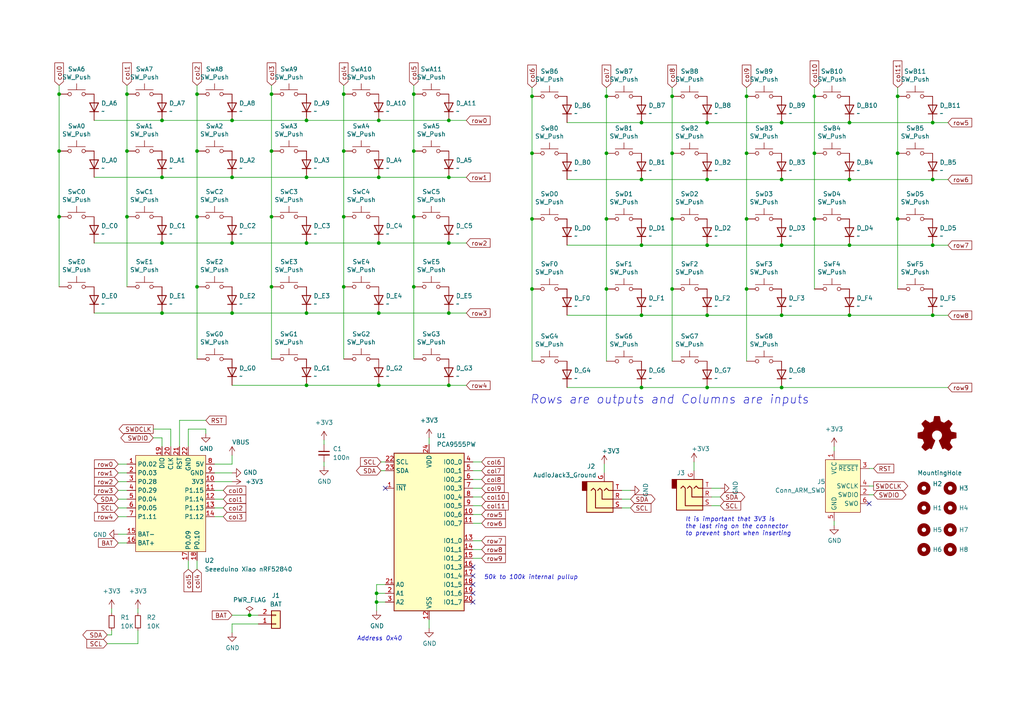
<source format=kicad_sch>
(kicad_sch (version 20230121) (generator eeschema)
  (paper "A4")
  (title_block (title "ergo56") (date "2023-12-20") (rev "0.1") (company "github.com/LDAB"))
  (junction (at 57.15 43.815))
  (junction (at 36.83 43.815))
  (junction (at 99.695 43.815))
  (junction (at 67.31 90.805))
  (junction (at 175.895 83.82))
  (junction (at 260.35 63.5))
  (junction (at 205.105 112.395))
  (junction (at 109.855 51.435))
  (junction (at 260.35 44.45))
  (junction (at 109.855 70.485))
  (junction (at 130.175 51.435))
  (junction (at 270.51 91.44))
  (junction (at 194.945 27.94))
  (junction (at 130.175 90.805))
  (junction (at 226.695 52.07))
  (junction (at 78.74 83.185))
  (junction (at 246.38 52.07))
  (junction (at 46.99 70.485))
  (junction (at 154.305 63.5))
  (junction (at 88.9 111.76))
  (junction (at 270.51 71.12))
  (junction (at 67.31 34.925))
  (junction (at 186.055 112.395))
  (junction (at 236.22 44.45))
  (junction (at 130.175 70.485))
  (junction (at 226.695 112.395))
  (junction (at 216.535 44.45))
  (junction (at 130.175 111.76))
  (junction (at 154.305 83.82))
  (junction (at 260.35 27.94))
  (junction (at 88.9 70.485))
  (junction (at 88.9 51.435))
  (junction (at 88.9 90.805))
  (junction (at 17.145 62.865))
  (junction (at 226.695 71.12))
  (junction (at 216.535 83.82))
  (junction (at 120.015 43.815))
  (junction (at 154.305 44.45))
  (junction (at 154.305 27.94))
  (junction (at 109.855 111.76))
  (junction (at 17.145 43.815))
  (junction (at 270.51 52.07))
  (junction (at 175.895 44.45))
  (junction (at 46.99 51.435))
  (junction (at 205.105 35.56))
  (junction (at 46.99 90.805))
  (junction (at 205.105 52.07))
  (junction (at 194.945 44.45))
  (junction (at 99.695 62.865))
  (junction (at 216.535 63.5))
  (junction (at 120.015 83.185))
  (junction (at 186.055 35.56))
  (junction (at 175.895 63.5))
  (junction (at 270.51 35.56))
  (junction (at 67.31 70.485))
  (junction (at 120.015 27.305))
  (junction (at 67.31 51.435))
  (junction (at 226.695 35.56))
  (junction (at 36.83 62.865))
  (junction (at 186.055 91.44))
  (junction (at 205.105 91.44))
  (junction (at 236.22 27.94))
  (junction (at 120.015 62.865))
  (junction (at 194.945 63.5))
  (junction (at 226.695 91.44))
  (junction (at 78.74 27.305))
  (junction (at 109.855 90.805))
  (junction (at 99.695 83.185))
  (junction (at 99.695 27.305))
  (junction (at 36.83 27.305))
  (junction (at 194.945 83.82))
  (junction (at 186.055 52.07))
  (junction (at 17.145 27.305))
  (junction (at 109.22 172.085))
  (junction (at 246.38 91.44))
  (junction (at 246.38 71.12))
  (junction (at 109.22 174.625))
  (junction (at 109.855 34.925))
  (junction (at 72.39 178.435))
  (junction (at 78.74 62.865))
  (junction (at 57.15 83.185))
  (junction (at 175.895 27.94))
  (junction (at 216.535 27.94))
  (junction (at 46.99 34.925))
  (junction (at 205.105 71.12))
  (junction (at 57.15 27.305))
  (junction (at 186.055 71.12))
  (junction (at 130.175 34.925))
  (junction (at 88.9 34.925))
  (junction (at 246.38 35.56))
  (junction (at 78.74 43.815))
  (junction (at 236.22 63.5))
  (junction (at 57.15 62.865))
  (no_connect (at 137.16 169.545))
  (no_connect (at 137.16 172.085))
  (no_connect (at 137.16 164.465))
  (no_connect (at 137.16 174.625))
  (no_connect (at 137.16 167.005))
  (no_connect (at 111.76 141.605))
  (no_connect (at 252.095 146.05))
  (wire (pts (xy 49.53 124.46) (xy 49.53 129.54)))
  (wire (pts (xy 27.305 34.925) (xy 46.99 34.925)))
  (wire (pts (xy 216.535 83.82) (xy 216.535 104.775)))
  (wire (pts (xy 137.16 144.145) (xy 139.7 144.145)))
  (wire (pts (xy 252.095 143.51) (xy 253.365 143.51)))
  (wire (pts (xy 252.095 135.89) (xy 253.365 135.89)))
  (wire (pts (xy 270.51 52.07) (xy 274.955 52.07)))
  (wire (pts (xy 67.31 111.76) (xy 88.9 111.76)))
  (wire (pts (xy 137.16 146.685) (xy 139.7 146.685)))
  (wire (pts (xy 175.26 134.62) (xy 175.26 137.16)))
  (wire (pts (xy 34.29 142.24) (xy 36.83 142.24)))
  (wire (pts (xy 241.935 151.13) (xy 241.935 152.4)))
  (wire (pts (xy 175.895 25.4) (xy 175.895 27.94)))
  (wire (pts (xy 17.145 27.305) (xy 17.145 43.815)))
  (wire (pts (xy 46.99 90.805) (xy 67.31 90.805)))
  (wire (pts (xy 62.23 144.78) (xy 64.77 144.78)))
  (wire (pts (xy 57.15 62.865) (xy 57.15 83.185)))
  (wire (pts (xy 72.39 178.435) (xy 74.93 178.435)))
  (wire (pts (xy 236.22 25.4) (xy 236.22 27.94)))
  (wire (pts (xy 175.895 83.82) (xy 175.895 104.775)))
  (wire (pts (xy 206.375 146.685) (xy 208.915 146.685)))
  (wire (pts (xy 137.16 149.225) (xy 139.7 149.225)))
  (wire (pts (xy 154.305 63.5) (xy 154.305 83.82)))
  (wire (pts (xy 17.145 62.865) (xy 17.145 83.185)))
  (wire (pts (xy 137.16 159.385) (xy 139.7 159.385)))
  (wire (pts (xy 164.465 71.12) (xy 186.055 71.12)))
  (wire (pts (xy 59.69 121.92) (xy 52.07 121.92)))
  (wire (pts (xy 54.61 129.54) (xy 54.61 124.46)))
  (wire (pts (xy 154.305 25.4) (xy 154.305 27.94)))
  (wire (pts (xy 34.29 154.94) (xy 36.83 154.94)))
  (wire (pts (xy 54.61 162.56) (xy 54.61 165.1)))
  (wire (pts (xy 40.005 176.53) (xy 40.005 177.8)))
  (wire (pts (xy 109.22 172.085) (xy 111.76 172.085)))
  (wire (pts (xy 57.15 27.305) (xy 57.15 43.815)))
  (wire (pts (xy 88.9 34.925) (xy 109.855 34.925)))
  (wire (pts (xy 130.175 111.76) (xy 135.255 111.76)))
  (wire (pts (xy 34.29 157.48) (xy 36.83 157.48)))
  (wire (pts (xy 36.83 62.865) (xy 36.83 83.185)))
  (wire (pts (xy 120.015 62.865) (xy 120.015 83.185)))
  (wire (pts (xy 137.16 136.525) (xy 139.7 136.525)))
  (wire (pts (xy 99.695 27.305) (xy 99.695 43.815)))
  (wire (pts (xy 154.305 27.94) (xy 154.305 44.45)))
  (wire (pts (xy 44.45 124.46) (xy 49.53 124.46)))
  (wire (pts (xy 110.49 133.985) (xy 111.76 133.985)))
  (wire (pts (xy 205.105 52.07) (xy 226.695 52.07)))
  (wire (pts (xy 78.74 24.765) (xy 78.74 27.305)))
  (wire (pts (xy 57.15 83.185) (xy 57.15 104.14)))
  (wire (pts (xy 46.99 127) (xy 46.99 129.54)))
  (wire (pts (xy 175.895 27.94) (xy 175.895 44.45)))
  (wire (pts (xy 194.945 27.94) (xy 194.945 44.45)))
  (wire (pts (xy 206.375 141.605) (xy 208.915 141.605)))
  (wire (pts (xy 124.46 127) (xy 124.46 128.905)))
  (wire (pts (xy 27.305 70.485) (xy 46.99 70.485)))
  (wire (pts (xy 194.945 83.82) (xy 194.945 104.775)))
  (wire (pts (xy 34.29 147.32) (xy 36.83 147.32)))
  (wire (pts (xy 236.22 44.45) (xy 236.22 63.5)))
  (wire (pts (xy 40.005 186.69) (xy 40.005 182.88)))
  (wire (pts (xy 93.98 127.635) (xy 93.98 128.905)))
  (wire (pts (xy 88.9 90.805) (xy 109.855 90.805)))
  (wire (pts (xy 260.35 44.45) (xy 260.35 63.5)))
  (wire (pts (xy 17.145 24.765) (xy 17.145 27.305)))
  (wire (pts (xy 270.51 35.56) (xy 274.955 35.56)))
  (wire (pts (xy 164.465 91.44) (xy 186.055 91.44)))
  (wire (pts (xy 175.895 63.5) (xy 175.895 83.82)))
  (wire (pts (xy 44.45 127) (xy 46.99 127)))
  (wire (pts (xy 130.175 90.805) (xy 135.255 90.805)))
  (wire (pts (xy 236.22 63.5) (xy 236.22 83.82)))
  (wire (pts (xy 78.74 83.185) (xy 78.74 104.14)))
  (wire (pts (xy 137.16 161.925) (xy 139.7 161.925)))
  (wire (pts (xy 67.31 90.805) (xy 88.9 90.805)))
  (wire (pts (xy 110.49 136.525) (xy 111.76 136.525)))
  (wire (pts (xy 67.31 70.485) (xy 88.9 70.485)))
  (wire (pts (xy 180.34 147.32) (xy 182.88 147.32)))
  (wire (pts (xy 62.23 142.24) (xy 64.77 142.24)))
  (wire (pts (xy 67.31 134.62) (xy 67.31 132.08)))
  (wire (pts (xy 205.105 91.44) (xy 226.695 91.44)))
  (wire (pts (xy 109.22 177.165) (xy 109.22 174.625)))
  (wire (pts (xy 88.9 111.76) (xy 109.855 111.76)))
  (wire (pts (xy 260.35 25.4) (xy 260.35 27.94)))
  (wire (pts (xy 246.38 35.56) (xy 270.51 35.56)))
  (wire (pts (xy 46.99 70.485) (xy 67.31 70.485)))
  (wire (pts (xy 194.945 44.45) (xy 194.945 63.5)))
  (wire (pts (xy 34.29 144.78) (xy 36.83 144.78)))
  (wire (pts (xy 186.055 52.07) (xy 205.105 52.07)))
  (wire (pts (xy 137.16 139.065) (xy 139.7 139.065)))
  (wire (pts (xy 78.74 27.305) (xy 78.74 43.815)))
  (wire (pts (xy 226.695 35.56) (xy 246.38 35.56)))
  (wire (pts (xy 99.695 83.185) (xy 99.695 104.14)))
  (wire (pts (xy 216.535 63.5) (xy 216.535 83.82)))
  (wire (pts (xy 109.855 70.485) (xy 130.175 70.485)))
  (wire (pts (xy 186.055 91.44) (xy 205.105 91.44)))
  (wire (pts (xy 260.35 63.5) (xy 260.35 83.82)))
  (wire (pts (xy 201.295 133.985) (xy 201.295 136.525)))
  (wire (pts (xy 164.465 112.395) (xy 186.055 112.395)))
  (wire (pts (xy 34.29 137.16) (xy 36.83 137.16)))
  (wire (pts (xy 120.015 83.185) (xy 120.015 104.14)))
  (wire (pts (xy 246.38 71.12) (xy 270.51 71.12)))
  (wire (pts (xy 226.695 71.12) (xy 246.38 71.12)))
  (wire (pts (xy 57.15 24.765) (xy 57.15 27.305)))
  (wire (pts (xy 226.695 91.44) (xy 246.38 91.44)))
  (wire (pts (xy 205.105 71.12) (xy 226.695 71.12)))
  (wire (pts (xy 164.465 35.56) (xy 186.055 35.56)))
  (wire (pts (xy 78.74 43.815) (xy 78.74 62.865)))
  (wire (pts (xy 137.16 156.845) (xy 139.7 156.845)))
  (wire (pts (xy 67.31 183.515) (xy 67.31 180.975)))
  (wire (pts (xy 109.855 34.925) (xy 130.175 34.925)))
  (wire (pts (xy 270.51 71.12) (xy 274.955 71.12)))
  (wire (pts (xy 154.305 44.45) (xy 154.305 63.5)))
  (wire (pts (xy 226.695 52.07) (xy 246.38 52.07)))
  (wire (pts (xy 27.305 90.805) (xy 46.99 90.805)))
  (wire (pts (xy 31.115 184.15) (xy 32.385 184.15)))
  (wire (pts (xy 99.695 43.815) (xy 99.695 62.865)))
  (wire (pts (xy 180.34 144.78) (xy 182.88 144.78)))
  (wire (pts (xy 154.305 83.82) (xy 154.305 104.775)))
  (wire (pts (xy 130.175 70.485) (xy 135.255 70.485)))
  (wire (pts (xy 67.31 34.925) (xy 88.9 34.925)))
  (wire (pts (xy 57.15 162.56) (xy 57.15 165.1)))
  (wire (pts (xy 226.695 112.395) (xy 274.955 112.395)))
  (wire (pts (xy 260.35 27.94) (xy 260.35 44.45)))
  (wire (pts (xy 109.22 174.625) (xy 111.76 174.625)))
  (wire (pts (xy 109.22 172.085) (xy 109.22 169.545)))
  (wire (pts (xy 109.22 174.625) (xy 109.22 172.085)))
  (wire (pts (xy 206.375 144.145) (xy 208.915 144.145)))
  (wire (pts (xy 186.055 35.56) (xy 205.105 35.56)))
  (wire (pts (xy 32.385 176.53) (xy 32.385 177.8)))
  (wire (pts (xy 130.175 51.435) (xy 135.255 51.435)))
  (wire (pts (xy 62.23 139.7) (xy 67.31 139.7)))
  (wire (pts (xy 67.31 51.435) (xy 88.9 51.435)))
  (wire (pts (xy 120.015 43.815) (xy 120.015 62.865)))
  (wire (pts (xy 175.895 44.45) (xy 175.895 63.5)))
  (wire (pts (xy 120.015 27.305) (xy 120.015 43.815)))
  (wire (pts (xy 78.74 62.865) (xy 78.74 83.185)))
  (wire (pts (xy 186.055 112.395) (xy 205.105 112.395)))
  (wire (pts (xy 34.29 149.86) (xy 36.83 149.86)))
  (wire (pts (xy 109.22 169.545) (xy 111.76 169.545)))
  (wire (pts (xy 34.29 139.7) (xy 36.83 139.7)))
  (wire (pts (xy 54.61 124.46) (xy 59.69 124.46)))
  (wire (pts (xy 59.69 124.46) (xy 59.69 125.73)))
  (wire (pts (xy 99.695 62.865) (xy 99.695 83.185)))
  (wire (pts (xy 241.935 129.54) (xy 241.935 130.81)))
  (wire (pts (xy 270.51 91.44) (xy 274.955 91.44)))
  (wire (pts (xy 180.34 142.24) (xy 182.88 142.24)))
  (wire (pts (xy 67.31 180.975) (xy 74.93 180.975)))
  (wire (pts (xy 124.46 179.705) (xy 124.46 182.245)))
  (wire (pts (xy 62.23 149.86) (xy 64.77 149.86)))
  (wire (pts (xy 246.38 52.07) (xy 270.51 52.07)))
  (wire (pts (xy 120.015 24.765) (xy 120.015 27.305)))
  (wire (pts (xy 205.105 35.56) (xy 226.695 35.56)))
  (wire (pts (xy 216.535 27.94) (xy 216.535 44.45)))
  (wire (pts (xy 62.23 147.32) (xy 64.77 147.32)))
  (wire (pts (xy 34.29 134.62) (xy 36.83 134.62)))
  (wire (pts (xy 109.855 90.805) (xy 130.175 90.805)))
  (wire (pts (xy 57.15 43.815) (xy 57.15 62.865)))
  (wire (pts (xy 62.23 134.62) (xy 67.31 134.62)))
  (wire (pts (xy 246.38 91.44) (xy 270.51 91.44)))
  (wire (pts (xy 99.695 24.765) (xy 99.695 27.305)))
  (wire (pts (xy 186.055 71.12) (xy 205.105 71.12)))
  (wire (pts (xy 194.945 25.4) (xy 194.945 27.94)))
  (wire (pts (xy 46.99 34.925) (xy 67.31 34.925)))
  (wire (pts (xy 52.07 121.92) (xy 52.07 129.54)))
  (wire (pts (xy 137.16 141.605) (xy 139.7 141.605)))
  (wire (pts (xy 88.9 51.435) (xy 109.855 51.435)))
  (wire (pts (xy 88.9 70.485) (xy 109.855 70.485)))
  (wire (pts (xy 17.145 43.815) (xy 17.145 62.865)))
  (wire (pts (xy 137.16 133.985) (xy 139.7 133.985)))
  (wire (pts (xy 216.535 25.4) (xy 216.535 27.94)))
  (wire (pts (xy 27.305 51.435) (xy 46.99 51.435)))
  (wire (pts (xy 32.385 184.15) (xy 32.385 182.88)))
  (wire (pts (xy 93.98 133.985) (xy 93.98 135.255)))
  (wire (pts (xy 46.99 51.435) (xy 67.31 51.435)))
  (wire (pts (xy 62.23 137.16) (xy 67.31 137.16)))
  (wire (pts (xy 194.945 63.5) (xy 194.945 83.82)))
  (wire (pts (xy 164.465 52.07) (xy 186.055 52.07)))
  (wire (pts (xy 109.855 111.76) (xy 130.175 111.76)))
  (wire (pts (xy 137.16 151.765) (xy 139.7 151.765)))
  (wire (pts (xy 31.115 186.69) (xy 40.005 186.69)))
  (wire (pts (xy 67.31 178.435) (xy 72.39 178.435)))
  (wire (pts (xy 130.175 34.925) (xy 135.255 34.925)))
  (wire (pts (xy 205.105 112.395) (xy 226.695 112.395)))
  (wire (pts (xy 36.83 27.305) (xy 36.83 43.815)))
  (wire (pts (xy 109.855 51.435) (xy 130.175 51.435)))
  (wire (pts (xy 236.22 27.94) (xy 236.22 44.45)))
  (wire (pts (xy 216.535 44.45) (xy 216.535 63.5)))
  (wire (pts (xy 36.83 43.815) (xy 36.83 62.865)))
  (wire (pts (xy 36.83 24.765) (xy 36.83 27.305)))
  (wire (pts (xy 252.095 140.97) (xy 253.365 140.97)))
  (text "It is important that 3V3 is\nthe last ring on the connector\nto prevent short when inserting" (at 198.755 155.575 0) (effects (font (size 1.27 1.27) italic) (justify left bottom)))
  (text "Address 0x40" (at 103.505 186.055 0) (effects (font (size 1.27 1.27) italic) (justify left bottom)))
  (text "50k to 100k internal pullup" (at 140.335 168.275 0) (effects (font (size 1.27 1.27) italic) (justify left bottom)))
  (text "Rows are outputs and Columns are inputs" (at 153.67 117.475 0) (effects (font (size 2.5 2.5) italic) (justify left bottom)))
  (global_label "col6" (shape input) (at 139.7 133.985 0) (property "Intersheetrefs" "${INTERSHEET_REFS}" (effects hide)))
  (global_label "col0" (shape input) (at 64.77 142.24 0) (property "Intersheetrefs" "${INTERSHEET_REFS}" (effects hide)))
  (global_label "col2" (shape input) (at 64.77 147.32 0) (property "Intersheetrefs" "${INTERSHEET_REFS}" (effects hide)))
  (global_label "row6" (shape input) (at 274.9549 52.07 0) (property "Intersheetrefs" "${INTERSHEET_REFS}" (effects hide)))
  (global_label "col8" (shape input) (at 139.7 139.065 0) (property "Intersheetrefs" "${INTERSHEET_REFS}" (effects hide)))
  (global_label "col4" (shape input) (at 57.15 165.1 270) (property "Intersheetrefs" "${INTERSHEET_REFS}" (effects hide)))
  (global_label "col9" (shape input) (at 216.535 25.4 90) (property "Intersheetrefs" "${INTERSHEET_REFS}" (effects hide)))
  (global_label "col3" (shape input) (at 64.77 149.86 0) (property "Intersheetrefs" "${INTERSHEET_REFS}" (effects hide)))
  (global_label "col7" (shape input) (at 175.895 25.4 90) (property "Intersheetrefs" "${INTERSHEET_REFS}" (effects hide)))
  (global_label "SDA" (shape bidirectional) (at 110.49 136.525 180) (property "Intersheetrefs" "${INTERSHEET_REFS}" (effects hide)))
  (global_label "SWDCLK" (shape output) (at 44.45 124.46 180) (property "Intersheetrefs" "${INTERSHEET_REFS}" (effects hide)))
  (global_label "SDA" (shape bidirectional) (at 208.915 144.145 0) (property "Intersheetrefs" "${INTERSHEET_REFS}" (effects hide)))
  (global_label "row0" (shape input) (at 34.29 134.62 180) (property "Intersheetrefs" "${INTERSHEET_REFS}" (effects hide)))
  (global_label "row4" (shape input) (at 34.29 149.86 180) (property "Intersheetrefs" "${INTERSHEET_REFS}" (effects hide)))
  (global_label "col1" (shape input) (at 36.83 24.765 90) (property "Intersheetrefs" "${INTERSHEET_REFS}" (effects hide)))
  (global_label "row8" (shape input) (at 274.955 91.44 0) (property "Intersheetrefs" "${INTERSHEET_REFS}" (effects hide)))
  (global_label "RST" (shape input) (at 253.365 135.89 0) (property "Intersheetrefs" "${INTERSHEET_REFS}" (effects hide)))
  (global_label "col8" (shape input) (at 194.945 25.4 90) (property "Intersheetrefs" "${INTERSHEET_REFS}" (effects hide)))
  (global_label "row3" (shape input) (at 34.29 142.24 180) (property "Intersheetrefs" "${INTERSHEET_REFS}" (effects hide)))
  (global_label "row1" (shape input) (at 135.255 51.435 0) (property "Intersheetrefs" "${INTERSHEET_REFS}" (effects hide)))
  (global_label "row3" (shape input) (at 135.255 90.805 0) (property "Intersheetrefs" "${INTERSHEET_REFS}" (effects hide)))
  (global_label "row2" (shape input) (at 34.29 139.7 180) (property "Intersheetrefs" "${INTERSHEET_REFS}" (effects hide)))
  (global_label "SDA" (shape bidirectional) (at 182.88 144.78 0) (property "Intersheetrefs" "${INTERSHEET_REFS}" (effects hide)))
  (global_label "SCL" (shape input) (at 31.115 186.69 180) (property "Intersheetrefs" "${INTERSHEET_REFS}" (effects hide)))
  (global_label "row1" (shape input) (at 34.29 137.16 180) (property "Intersheetrefs" "${INTERSHEET_REFS}" (effects hide)))
  (global_label "SDA" (shape bidirectional) (at 34.29 144.78 180) (property "Intersheetrefs" "${INTERSHEET_REFS}" (effects hide)))
  (global_label "col4" (shape input) (at 99.695 24.765 90) (property "Intersheetrefs" "${INTERSHEET_REFS}" (effects hide)))
  (global_label "row7" (shape input) (at 274.955 71.12 0) (property "Intersheetrefs" "${INTERSHEET_REFS}" (effects hide)))
  (global_label "row2" (shape input) (at 135.255 70.485 0) (property "Intersheetrefs" "${INTERSHEET_REFS}" (effects hide)))
  (global_label "col11" (shape input) (at 139.7 146.685 0) (property "Intersheetrefs" "${INTERSHEET_REFS}" (effects hide)))
  (global_label "row5" (shape input) (at 139.7 149.225 0) (property "Intersheetrefs" "${INTERSHEET_REFS}" (effects hide)))
  (global_label "col0" (shape input) (at 17.145 24.765 90) (property "Intersheetrefs" "${INTERSHEET_REFS}" (effects hide)))
  (global_label "row4" (shape input) (at 135.255 111.76 0) (property "Intersheetrefs" "${INTERSHEET_REFS}" (effects hide)))
  (global_label "SCL" (shape input) (at 34.29 147.32 180) (property "Intersheetrefs" "${INTERSHEET_REFS}" (effects hide)))
  (global_label "row7" (shape input) (at 139.7 156.845 0) (property "Intersheetrefs" "${INTERSHEET_REFS}" (effects hide)))
  (global_label "SCL" (shape input) (at 182.88 147.32 0) (property "Intersheetrefs" "${INTERSHEET_REFS}" (effects hide)))
  (global_label "SCL" (shape input) (at 208.915 146.685 0) (property "Intersheetrefs" "${INTERSHEET_REFS}" (effects hide)))
  (global_label "col11" (shape input) (at 260.35 25.4 90) (property "Intersheetrefs" "${INTERSHEET_REFS}" (effects hide)))
  (global_label "RST" (shape input) (at 59.69 121.92 0) (property "Intersheetrefs" "${INTERSHEET_REFS}" (effects hide)))
  (global_label "row9" (shape input) (at 139.7 161.925 0) (property "Intersheetrefs" "${INTERSHEET_REFS}" (effects hide)))
  (global_label "row0" (shape input) (at 135.255 34.925 0) (property "Intersheetrefs" "${INTERSHEET_REFS}" (effects hide)))
  (global_label "col2" (shape input) (at 57.15 24.765 90) (property "Intersheetrefs" "${INTERSHEET_REFS}" (effects hide)))
  (global_label "col9" (shape input) (at 139.7 141.605 0) (property "Intersheetrefs" "${INTERSHEET_REFS}" (effects hide)))
  (global_label "col5" (shape input) (at 54.61 165.1 270) (property "Intersheetrefs" "${INTERSHEET_REFS}" (effects hide)))
  (global_label "col6" (shape input) (at 154.305 25.4 90) (property "Intersheetrefs" "${INTERSHEET_REFS}" (effects hide)))
  (global_label "SWDIO" (shape bidirectional) (at 44.45 127 180) (property "Intersheetrefs" "${INTERSHEET_REFS}" (effects hide)))
  (global_label "col10" (shape input) (at 139.7 144.145 0) (property "Intersheetrefs" "${INTERSHEET_REFS}" (effects hide)))
  (global_label "row9" (shape input) (at 274.955 112.395 0) (property "Intersheetrefs" "${INTERSHEET_REFS}" (effects hide)))
  (global_label "row6" (shape input) (at 139.7 151.765 0) (property "Intersheetrefs" "${INTERSHEET_REFS}" (effects hide)))
  (global_label "col7" (shape input) (at 139.7 136.525 0) (property "Intersheetrefs" "${INTERSHEET_REFS}" (effects hide)))
  (global_label "SDA" (shape bidirectional) (at 31.115 184.15 180) (property "Intersheetrefs" "${INTERSHEET_REFS}" (effects hide)))
  (global_label "col5" (shape input) (at 120.015 24.765 90) (property "Intersheetrefs" "${INTERSHEET_REFS}" (effects hide)))
  (global_label "row8" (shape input) (at 139.7 159.385 0) (property "Intersheetrefs" "${INTERSHEET_REFS}" (effects hide)))
  (global_label "col10" (shape input) (at 236.22 25.4 90) (property "Intersheetrefs" "${INTERSHEET_REFS}" (effects hide)))
  (global_label "row5" (shape input) (at 274.955 35.56 0) (property "Intersheetrefs" "${INTERSHEET_REFS}" (effects hide)))
  (global_label "SCL" (shape input) (at 110.49 133.985 180) (property "Intersheetrefs" "${INTERSHEET_REFS}" (effects hide)))
  (global_label "SWDCLK" (shape output) (at 253.365 140.97 0) (property "Intersheetrefs" "${INTERSHEET_REFS}" (effects hide)))
  (global_label "col1" (shape input) (at 64.77 144.78 0) (property "Intersheetrefs" "${INTERSHEET_REFS}" (effects hide)))
  (global_label "BAT" (shape input) (at 34.29 157.48 180) (property "Intersheetrefs" "${INTERSHEET_REFS}" (effects hide)))
  (global_label "BAT" (shape input) (at 67.31 178.435 180) (property "Intersheetrefs" "${INTERSHEET_REFS}" (effects hide)))
  (global_label "SWDIO" (shape bidirectional) (at 253.365 143.51 0) (property "Intersheetrefs" "${INTERSHEET_REFS}" (effects hide)))
  (global_label "col3" (shape input) (at 78.74 24.765 90) (property "Intersheetrefs" "${INTERSHEET_REFS}" (effects hide)))
  (symbol (lib_id "power:GND") (at 67.31 137.16 90) (unit 1)
    (property "Reference" "#PWR0102" (effects hide))
    (property "Value" "GND" (at 70.5612 137.033 90) (effects (justify right)))
  )
  (symbol (lib_id "Switch:SW_Push") (at 22.225 43.815 0) (unit 1)
    (property "Reference" "SwA0" (at 22.225 36.576 0))
    (property "Value" "SW_Push" (at 22.225 38.8874 0))
    (property "Footprint" "PCM_marbastlib-choc:SW_choc_v1_HS_1u" (effects hide))
  )
  (symbol (lib_id "Diode:1N4148W") (at 27.305 47.625 90) (unit 1)
    (property "Reference" "D_A0" (at 29.337 46.4566 90) (effects (justify right)))
    (property "Value" "~" (at 29.337 48.768 90) (effects (justify right)))
    (property "Footprint" "Diode_SMD:D_SOD-123" (effects hide))
    (property "Datasheet" "https://www.vishay.com/docs/85748/1n4148w.pdf" (effects hide))
    (property "Sim.Device" "D" (effects hide))
    (property "Sim.Pins" "1=K 2=A" (effects hide))
  )
  (symbol (lib_id "Diode:1N4148W") (at 164.465 48.26 90) (unit 1)
    (property "Reference" "D_B0" (at 166.497 47.0916 90) (effects (justify right)))
    (property "Value" "~" (at 166.497 49.403 90) (effects (justify right)))
    (property "Footprint" "Diode_SMD:D_SOD-123" (effects hide))
    (property "Datasheet" "https://www.vishay.com/docs/85748/1n4148w.pdf" (effects hide))
    (property "Sim.Device" "D" (effects hide))
    (property "Sim.Pins" "1=K 2=A" (effects hide))
  )
  (symbol (lib_id "Switch:SW_Push") (at 159.385 44.45 0) (unit 1)
    (property "Reference" "SwB0" (at 159.385 37.211 0))
    (property "Value" "SW_Push" (at 159.385 39.5224 0))
    (property "Footprint" "PCM_marbastlib-choc:SW_choc_v1_HS_1u" (effects hide))
  )
  (symbol (lib_id "Diode:1N4148W") (at 46.99 47.625 90) (unit 1)
    (property "Reference" "D_A1" (at 49.022 46.4566 90) (effects (justify right)))
    (property "Value" "~" (at 49.022 48.768 90) (effects (justify right)))
    (property "Footprint" "Diode_SMD:D_SOD-123" (effects hide))
    (property "Datasheet" "https://www.vishay.com/docs/85748/1n4148w.pdf" (effects hide))
    (property "Sim.Device" "D" (effects hide))
    (property "Sim.Pins" "1=K 2=A" (effects hide))
  )
  (symbol (lib_id "Switch:SW_Push") (at 41.91 43.815 0) (unit 1)
    (property "Reference" "SwA1" (at 41.91 36.576 0))
    (property "Value" "SW_Push" (at 41.91 38.8874 0))
    (property "Footprint" "PCM_marbastlib-choc:SW_choc_v1_HS_1u" (effects hide))
  )
  (symbol (lib_id "Diode:1N4148W") (at 186.055 48.26 90) (unit 1)
    (property "Reference" "D_B1" (at 188.087 47.0916 90) (effects (justify right)))
    (property "Value" "~" (at 188.087 49.403 90) (effects (justify right)))
    (property "Footprint" "Diode_SMD:D_SOD-123" (effects hide))
    (property "Datasheet" "https://www.vishay.com/docs/85748/1n4148w.pdf" (effects hide))
    (property "Sim.Device" "D" (effects hide))
    (property "Sim.Pins" "1=K 2=A" (effects hide))
  )
  (symbol (lib_id "Switch:SW_Push") (at 180.975 44.45 0) (unit 1)
    (property "Reference" "SwB1" (at 180.975 37.211 0))
    (property "Value" "SW_Push" (at 180.975 39.5224 0))
    (property "Footprint" "PCM_marbastlib-choc:SW_choc_v1_HS_1u" (effects hide))
  )
  (symbol (lib_id "Diode:1N4148W") (at 27.305 66.675 90) (unit 1)
    (property "Reference" "D_C0" (at 29.337 65.5066 90) (effects (justify right)))
    (property "Value" "~" (at 29.337 67.818 90) (effects (justify right)))
    (property "Footprint" "Diode_SMD:D_SOD-123" (effects hide))
    (property "Datasheet" "https://www.vishay.com/docs/85748/1n4148w.pdf" (effects hide))
    (property "Sim.Device" "D" (effects hide))
    (property "Sim.Pins" "1=K 2=A" (effects hide))
  )
  (symbol (lib_id "Switch:SW_Push") (at 22.225 62.865 0) (unit 1)
    (property "Reference" "SwC0" (at 22.225 55.626 0))
    (property "Value" "SW_Push" (at 22.225 57.9374 0))
    (property "Footprint" "PCM_marbastlib-choc:SW_choc_v1_HS_1u" (effects hide))
  )
  (symbol (lib_id "Diode:1N4148W") (at 164.465 67.31 90) (unit 1)
    (property "Reference" "D_D0" (at 166.497 66.1416 90) (effects (justify right)))
    (property "Value" "~" (at 166.497 68.453 90) (effects (justify right)))
    (property "Footprint" "Diode_SMD:D_SOD-123" (effects hide))
    (property "Datasheet" "https://www.vishay.com/docs/85748/1n4148w.pdf" (effects hide))
    (property "Sim.Device" "D" (effects hide))
    (property "Sim.Pins" "1=K 2=A" (effects hide))
  )
  (symbol (lib_id "Switch:SW_Push") (at 159.385 63.5 0) (unit 1)
    (property "Reference" "SwD0" (at 159.385 56.261 0))
    (property "Value" "SW_Push" (at 159.385 58.5724 0))
    (property "Footprint" "PCM_marbastlib-choc:SW_choc_v1_HS_1u" (effects hide))
  )
  (symbol (lib_id "Diode:1N4148W") (at 46.99 66.675 90) (unit 1)
    (property "Reference" "D_C1" (at 49.022 65.5066 90) (effects (justify right)))
    (property "Value" "~" (at 49.022 67.818 90) (effects (justify right)))
    (property "Footprint" "Diode_SMD:D_SOD-123" (effects hide))
    (property "Datasheet" "https://www.vishay.com/docs/85748/1n4148w.pdf" (effects hide))
    (property "Sim.Device" "D" (effects hide))
    (property "Sim.Pins" "1=K 2=A" (effects hide))
  )
  (symbol (lib_id "Switch:SW_Push") (at 41.91 62.865 0) (unit 1)
    (property "Reference" "SwC1" (at 41.91 55.626 0))
    (property "Value" "SW_Push" (at 41.91 57.9374 0))
    (property "Footprint" "PCM_marbastlib-choc:SW_choc_v1_HS_1u" (effects hide))
  )
  (symbol (lib_id "Diode:1N4148W") (at 186.055 67.31 90) (unit 1)
    (property "Reference" "D_D1" (at 188.087 66.1416 90) (effects (justify right)))
    (property "Value" "~" (at 188.087 68.453 90) (effects (justify right)))
    (property "Footprint" "Diode_SMD:D_SOD-123" (effects hide))
    (property "Datasheet" "https://www.vishay.com/docs/85748/1n4148w.pdf" (effects hide))
    (property "Sim.Device" "D" (effects hide))
    (property "Sim.Pins" "1=K 2=A" (effects hide))
  )
  (symbol (lib_id "Switch:SW_Push") (at 180.975 63.5 0) (unit 1)
    (property "Reference" "SwD1" (at 180.975 56.261 0))
    (property "Value" "SW_Push" (at 180.975 58.5724 0))
    (property "Footprint" "PCM_marbastlib-choc:SW_choc_v1_HS_1u" (effects hide))
  )
  (symbol (lib_id "Diode:1N4148W") (at 27.305 86.995 90) (unit 1)
    (property "Reference" "D_E0" (at 29.337 85.8266 90) (effects (justify right)))
    (property "Value" "~" (at 29.337 88.138 90) (effects (justify right)))
    (property "Footprint" "Diode_SMD:D_SOD-123" (effects hide))
    (property "Datasheet" "https://www.vishay.com/docs/85748/1n4148w.pdf" (effects hide))
    (property "Sim.Device" "D" (effects hide))
    (property "Sim.Pins" "1=K 2=A" (effects hide))
  )
  (symbol (lib_id "Switch:SW_Push") (at 22.225 83.185 0) (unit 1)
    (property "Reference" "SwE0" (at 22.225 75.946 0))
    (property "Value" "SW_Push" (at 22.225 78.2574 0))
    (property "Footprint" "PCM_marbastlib-choc:SW_choc_v1_HS_1u" (effects hide))
  )
  (symbol (lib_id "Diode:1N4148W") (at 164.465 87.63 90) (unit 1)
    (property "Reference" "D_F0" (at 166.497 86.4616 90) (effects (justify right)))
    (property "Value" "~" (at 166.497 88.773 90) (effects (justify right)))
    (property "Footprint" "Diode_SMD:D_SOD-123" (effects hide))
    (property "Datasheet" "https://www.vishay.com/docs/85748/1n4148w.pdf" (effects hide))
    (property "Sim.Device" "D" (effects hide))
    (property "Sim.Pins" "1=K 2=A" (effects hide))
  )
  (symbol (lib_id "Switch:SW_Push") (at 159.385 83.82 0) (unit 1)
    (property "Reference" "SwF0" (at 159.385 76.581 0))
    (property "Value" "SW_Push" (at 159.385 78.8924 0))
    (property "Footprint" "PCM_marbastlib-choc:SW_choc_v1_HS_1u" (effects hide))
  )
  (symbol (lib_id "Diode:1N4148W") (at 46.99 86.995 90) (unit 1)
    (property "Reference" "D_E1" (at 49.022 85.8266 90) (effects (justify right)))
    (property "Value" "~" (at 49.022 88.138 90) (effects (justify right)))
    (property "Footprint" "Diode_SMD:D_SOD-123" (effects hide))
    (property "Datasheet" "https://www.vishay.com/docs/85748/1n4148w.pdf" (effects hide))
    (property "Sim.Device" "D" (effects hide))
    (property "Sim.Pins" "1=K 2=A" (effects hide))
  )
  (symbol (lib_id "Switch:SW_Push") (at 41.91 83.185 0) (unit 1)
    (property "Reference" "SwE1" (at 41.91 75.946 0))
    (property "Value" "SW_Push" (at 41.91 78.2574 0))
    (property "Footprint" "PCM_marbastlib-choc:SW_choc_v1_HS_1u" (effects hide))
  )
  (symbol (lib_id "Diode:1N4148W") (at 186.055 87.63 90) (unit 1)
    (property "Reference" "D_F1" (at 188.087 86.4616 90) (effects (justify right)))
    (property "Value" "~" (at 188.087 88.773 90) (effects (justify right)))
    (property "Footprint" "Diode_SMD:D_SOD-123" (effects hide))
    (property "Datasheet" "https://www.vishay.com/docs/85748/1n4148w.pdf" (effects hide))
    (property "Sim.Device" "D" (effects hide))
    (property "Sim.Pins" "1=K 2=A" (effects hide))
  )
  (symbol (lib_id "Switch:SW_Push") (at 180.975 83.82 0) (unit 1)
    (property "Reference" "SwF1" (at 180.975 76.581 0))
    (property "Value" "SW_Push" (at 180.975 78.8924 0))
    (property "Footprint" "PCM_marbastlib-choc:SW_choc_v1_HS_1u" (effects hide))
  )
  (symbol (lib_id "Diode:1N4148W") (at 186.055 108.585 90) (unit 1)
    (property "Reference" "D_G6" (at 188.087 107.4166 90) (effects (justify right)))
    (property "Value" "~" (at 188.087 109.728 90) (effects (justify right)))
    (property "Footprint" "Diode_SMD:D_SOD-123" (effects hide))
    (property "Datasheet" "https://www.vishay.com/docs/85748/1n4148w.pdf" (effects hide))
    (property "Sim.Device" "D" (effects hide))
    (property "Sim.Pins" "1=K 2=A" (effects hide))
  )
  (symbol (lib_id "Switch:SW_Push") (at 180.975 104.775 0) (unit 1)
    (property "Reference" "SwG6" (at 180.975 97.536 0))
    (property "Value" "SW_Push" (at 180.975 99.8474 0))
    (property "Footprint" "PCM_marbastlib-choc:SW_choc_v1_HS_1u" (effects hide))
  )
  (symbol (lib_id "Diode:1N4148W") (at 205.105 108.585 90) (unit 1)
    (property "Reference" "D_G7" (at 207.137 107.4166 90) (effects (justify right)))
    (property "Value" "~" (at 207.137 109.728 90) (effects (justify right)))
    (property "Footprint" "Diode_SMD:D_SOD-123" (effects hide))
    (property "Datasheet" "https://www.vishay.com/docs/85748/1n4148w.pdf" (effects hide))
    (property "Sim.Device" "D" (effects hide))
    (property "Sim.Pins" "1=K 2=A" (effects hide))
  )
  (symbol (lib_id "Switch:SW_Push") (at 200.025 104.775 0) (unit 1)
    (property "Reference" "SwG7" (at 200.025 97.536 0))
    (property "Value" "SW_Push" (at 200.025 99.8474 0))
    (property "Footprint" "PCM_marbastlib-choc:SW_choc_v1_HS_1u" (effects hide))
  )
  (symbol (lib_id "Diode:1N4148W") (at 67.31 47.625 90) (unit 1)
    (property "Reference" "D_A2" (at 69.342 46.4566 90) (effects (justify right)))
    (property "Value" "~" (at 69.342 48.768 90) (effects (justify right)))
    (property "Footprint" "Diode_SMD:D_SOD-123" (effects hide))
    (property "Datasheet" "https://www.vishay.com/docs/85748/1n4148w.pdf" (effects hide))
    (property "Sim.Device" "D" (effects hide))
    (property "Sim.Pins" "1=K 2=A" (effects hide))
  )
  (symbol (lib_id "Switch:SW_Push") (at 62.23 43.815 0) (unit 1)
    (property "Reference" "SwA2" (at 62.23 36.576 0))
    (property "Value" "SW_Push" (at 62.23 38.8874 0))
    (property "Footprint" "PCM_marbastlib-choc:SW_choc_v1_HS_1u" (effects hide))
  )
  (symbol (lib_id "Diode:1N4148W") (at 205.105 48.26 90) (unit 1)
    (property "Reference" "D_B2" (at 207.137 47.0916 90) (effects (justify right)))
    (property "Value" "~" (at 207.137 49.403 90) (effects (justify right)))
    (property "Footprint" "Diode_SMD:D_SOD-123" (effects hide))
    (property "Datasheet" "https://www.vishay.com/docs/85748/1n4148w.pdf" (effects hide))
    (property "Sim.Device" "D" (effects hide))
    (property "Sim.Pins" "1=K 2=A" (effects hide))
  )
  (symbol (lib_id "Switch:SW_Push") (at 200.025 44.45 0) (unit 1)
    (property "Reference" "SwB2" (at 200.025 37.211 0))
    (property "Value" "SW_Push" (at 200.025 39.5224 0))
    (property "Footprint" "PCM_marbastlib-choc:SW_choc_v1_HS_1u" (effects hide))
  )
  (symbol (lib_id "Diode:1N4148W") (at 67.31 66.675 90) (unit 1)
    (property "Reference" "D_C2" (at 69.342 65.5066 90) (effects (justify right)))
    (property "Value" "~" (at 69.342 67.818 90) (effects (justify right)))
    (property "Footprint" "Diode_SMD:D_SOD-123" (effects hide))
    (property "Datasheet" "https://www.vishay.com/docs/85748/1n4148w.pdf" (effects hide))
    (property "Sim.Device" "D" (effects hide))
    (property "Sim.Pins" "1=K 2=A" (effects hide))
  )
  (symbol (lib_id "Switch:SW_Push") (at 62.23 62.865 0) (unit 1)
    (property "Reference" "SwC2" (at 62.23 55.626 0))
    (property "Value" "SW_Push" (at 62.23 57.9374 0))
    (property "Footprint" "PCM_marbastlib-choc:SW_choc_v1_HS_1u" (effects hide))
  )
  (symbol (lib_id "Diode:1N4148W") (at 205.105 67.31 90) (unit 1)
    (property "Reference" "D_D2" (at 207.137 66.1416 90) (effects (justify right)))
    (property "Value" "~" (at 207.137 68.453 90) (effects (justify right)))
    (property "Footprint" "Diode_SMD:D_SOD-123" (effects hide))
    (property "Datasheet" "https://www.vishay.com/docs/85748/1n4148w.pdf" (effects hide))
    (property "Sim.Device" "D" (effects hide))
    (property "Sim.Pins" "1=K 2=A" (effects hide))
  )
  (symbol (lib_id "Switch:SW_Push") (at 200.025 63.5 0) (unit 1)
    (property "Reference" "SwD2" (at 200.025 56.261 0))
    (property "Value" "SW_Push" (at 200.025 58.5724 0))
    (property "Footprint" "PCM_marbastlib-choc:SW_choc_v1_HS_1u" (effects hide))
  )
  (symbol (lib_id "Diode:1N4148W") (at 67.31 86.995 90) (unit 1)
    (property "Reference" "D_E2" (at 69.342 85.8266 90) (effects (justify right)))
    (property "Value" "~" (at 69.342 88.138 90) (effects (justify right)))
    (property "Footprint" "Diode_SMD:D_SOD-123" (effects hide))
    (property "Datasheet" "https://www.vishay.com/docs/85748/1n4148w.pdf" (effects hide))
    (property "Sim.Device" "D" (effects hide))
    (property "Sim.Pins" "1=K 2=A" (effects hide))
  )
  (symbol (lib_id "Switch:SW_Push") (at 62.23 83.185 0) (unit 1)
    (property "Reference" "SwE2" (at 62.23 75.946 0))
    (property "Value" "SW_Push" (at 62.23 78.2574 0))
    (property "Footprint" "PCM_marbastlib-choc:SW_choc_v1_HS_1u" (effects hide))
  )
  (symbol (lib_id "Diode:1N4148W") (at 205.105 87.63 90) (unit 1)
    (property "Reference" "D_F2" (at 207.137 86.4616 90) (effects (justify right)))
    (property "Value" "~" (at 207.137 88.773 90) (effects (justify right)))
    (property "Footprint" "Diode_SMD:D_SOD-123" (effects hide))
    (property "Datasheet" "https://www.vishay.com/docs/85748/1n4148w.pdf" (effects hide))
    (property "Sim.Device" "D" (effects hide))
    (property "Sim.Pins" "1=K 2=A" (effects hide))
  )
  (symbol (lib_id "Switch:SW_Push") (at 200.025 83.82 0) (unit 1)
    (property "Reference" "SwF2" (at 200.025 76.581 0))
    (property "Value" "SW_Push" (at 200.025 78.8924 0))
    (property "Footprint" "PCM_marbastlib-choc:SW_choc_v1_HS_1u" (effects hide))
  )
  (symbol (lib_id "Diode:1N4148W") (at 88.9 47.625 90) (unit 1)
    (property "Reference" "D_A3" (at 90.932 46.4566 90) (effects (justify right)))
    (property "Value" "~" (at 90.932 48.768 90) (effects (justify right)))
    (property "Footprint" "Diode_SMD:D_SOD-123" (effects hide))
    (property "Datasheet" "https://www.vishay.com/docs/85748/1n4148w.pdf" (effects hide))
    (property "Sim.Device" "D" (effects hide))
    (property "Sim.Pins" "1=K 2=A" (effects hide))
  )
  (symbol (lib_id "Switch:SW_Push") (at 83.82 43.815 0) (unit 1)
    (property "Reference" "SwA3" (at 83.82 36.576 0))
    (property "Value" "SW_Push" (at 83.82 38.8874 0))
    (property "Footprint" "PCM_marbastlib-choc:SW_choc_v1_HS_1u" (effects hide))
  )
  (symbol (lib_id "Diode:1N4148W") (at 226.695 48.26 90) (unit 1)
    (property "Reference" "D_B3" (at 228.727 47.0916 90) (effects (justify right)))
    (property "Value" "~" (at 228.727 49.403 90) (effects (justify right)))
    (property "Footprint" "Diode_SMD:D_SOD-123" (effects hide))
    (property "Datasheet" "https://www.vishay.com/docs/85748/1n4148w.pdf" (effects hide))
    (property "Sim.Device" "D" (effects hide))
    (property "Sim.Pins" "1=K 2=A" (effects hide))
  )
  (symbol (lib_id "Switch:SW_Push") (at 221.615 44.45 0) (unit 1)
    (property "Reference" "SwB3" (at 221.615 37.211 0))
    (property "Value" "SW_Push" (at 221.615 39.5224 0))
    (property "Footprint" "PCM_marbastlib-choc:SW_choc_v1_HS_1u" (effects hide))
  )
  (symbol (lib_id "Diode:1N4148W") (at 88.9 66.675 90) (unit 1)
    (property "Reference" "D_C3" (at 90.932 65.5066 90) (effects (justify right)))
    (property "Value" "~" (at 90.932 67.818 90) (effects (justify right)))
    (property "Footprint" "Diode_SMD:D_SOD-123" (effects hide))
    (property "Datasheet" "https://www.vishay.com/docs/85748/1n4148w.pdf" (effects hide))
    (property "Sim.Device" "D" (effects hide))
    (property "Sim.Pins" "1=K 2=A" (effects hide))
  )
  (symbol (lib_id "Switch:SW_Push") (at 83.82 62.865 0) (unit 1)
    (property "Reference" "SwC3" (at 83.82 55.626 0))
    (property "Value" "SW_Push" (at 83.82 57.9374 0))
    (property "Footprint" "PCM_marbastlib-choc:SW_choc_v1_HS_1u" (effects hide))
  )
  (symbol (lib_id "Diode:1N4148W") (at 226.695 67.31 90) (unit 1)
    (property "Reference" "D_D3" (at 228.727 66.1416 90) (effects (justify right)))
    (property "Value" "~" (at 228.727 68.453 90) (effects (justify right)))
    (property "Footprint" "Diode_SMD:D_SOD-123" (effects hide))
    (property "Datasheet" "https://www.vishay.com/docs/85748/1n4148w.pdf" (effects hide))
    (property "Sim.Device" "D" (effects hide))
    (property "Sim.Pins" "1=K 2=A" (effects hide))
  )
  (symbol (lib_id "Switch:SW_Push") (at 221.615 63.5 0) (unit 1)
    (property "Reference" "SwD3" (at 221.615 56.261 0))
    (property "Value" "SW_Push" (at 221.615 58.5724 0))
    (property "Footprint" "PCM_marbastlib-choc:SW_choc_v1_HS_1u" (effects hide))
  )
  (symbol (lib_id "Diode:1N4148W") (at 88.9 86.995 90) (unit 1)
    (property "Reference" "D_E3" (at 90.932 85.8266 90) (effects (justify right)))
    (property "Value" "~" (at 90.932 88.138 90) (effects (justify right)))
    (property "Footprint" "Diode_SMD:D_SOD-123" (effects hide))
    (property "Datasheet" "https://www.vishay.com/docs/85748/1n4148w.pdf" (effects hide))
    (property "Sim.Device" "D" (effects hide))
    (property "Sim.Pins" "1=K 2=A" (effects hide))
  )
  (symbol (lib_id "Switch:SW_Push") (at 83.82 83.185 0) (unit 1)
    (property "Reference" "SwE3" (at 83.82 75.946 0))
    (property "Value" "SW_Push" (at 83.82 78.2574 0))
    (property "Footprint" "PCM_marbastlib-choc:SW_choc_v1_HS_1u" (effects hide))
  )
  (symbol (lib_id "Diode:1N4148W") (at 226.695 87.63 90) (unit 1)
    (property "Reference" "D_F3" (at 228.727 86.4616 90) (effects (justify right)))
    (property "Value" "~" (at 228.727 88.773 90) (effects (justify right)))
    (property "Footprint" "Diode_SMD:D_SOD-123" (effects hide))
    (property "Datasheet" "https://www.vishay.com/docs/85748/1n4148w.pdf" (effects hide))
    (property "Sim.Device" "D" (effects hide))
    (property "Sim.Pins" "1=K 2=A" (effects hide))
  )
  (symbol (lib_id "Switch:SW_Push") (at 221.615 83.82 0) (unit 1)
    (property "Reference" "SwF3" (at 221.615 76.581 0))
    (property "Value" "SW_Push" (at 221.615 78.8924 0))
    (property "Footprint" "PCM_marbastlib-choc:SW_choc_v1_HS_1u" (effects hide))
  )
  (symbol (lib_id "Diode:1N4148W") (at 109.855 47.625 90) (unit 1)
    (property "Reference" "D_A4" (at 111.887 46.4566 90) (effects (justify right)))
    (property "Value" "~" (at 111.887 48.768 90) (effects (justify right)))
    (property "Footprint" "Diode_SMD:D_SOD-123" (effects hide))
    (property "Datasheet" "https://www.vishay.com/docs/85748/1n4148w.pdf" (effects hide))
    (property "Sim.Device" "D" (effects hide))
    (property "Sim.Pins" "1=K 2=A" (effects hide))
  )
  (symbol (lib_id "Switch:SW_Push") (at 104.775 43.815 0) (unit 1)
    (property "Reference" "SwA4" (at 104.775 36.576 0))
    (property "Value" "SW_Push" (at 104.775 38.8874 0))
    (property "Footprint" "PCM_marbastlib-choc:SW_choc_v1_HS_1u" (effects hide))
  )
  (symbol (lib_id "Diode:1N4148W") (at 246.38 48.26 90) (unit 1)
    (property "Reference" "D_B4" (at 248.412 47.0916 90) (effects (justify right)))
    (property "Value" "~" (at 248.412 49.403 90) (effects (justify right)))
    (property "Footprint" "Diode_SMD:D_SOD-123" (effects hide))
    (property "Datasheet" "https://www.vishay.com/docs/85748/1n4148w.pdf" (effects hide))
    (property "Sim.Device" "D" (effects hide))
    (property "Sim.Pins" "1=K 2=A" (effects hide))
  )
  (symbol (lib_id "Switch:SW_Push") (at 241.3 44.45 0) (unit 1)
    (property "Reference" "SwB4" (at 241.3 37.211 0))
    (property "Value" "SW_Push" (at 241.3 39.5224 0))
    (property "Footprint" "PCM_marbastlib-choc:SW_choc_v1_HS_1u" (effects hide))
  )
  (symbol (lib_id "Diode:1N4148W") (at 109.855 66.675 90) (unit 1)
    (property "Reference" "D_C4" (at 111.887 65.5066 90) (effects (justify right)))
    (property "Value" "~" (at 111.887 67.818 90) (effects (justify right)))
    (property "Footprint" "Diode_SMD:D_SOD-123" (effects hide))
    (property "Datasheet" "https://www.vishay.com/docs/85748/1n4148w.pdf" (effects hide))
    (property "Sim.Device" "D" (effects hide))
    (property "Sim.Pins" "1=K 2=A" (effects hide))
  )
  (symbol (lib_id "Switch:SW_Push") (at 104.775 62.865 0) (unit 1)
    (property "Reference" "SwC4" (at 104.775 55.626 0))
    (property "Value" "SW_Push" (at 104.775 57.9374 0))
    (property "Footprint" "PCM_marbastlib-choc:SW_choc_v1_HS_1u" (effects hide))
  )
  (symbol (lib_id "Diode:1N4148W") (at 246.38 67.31 90) (unit 1)
    (property "Reference" "D_D4" (at 248.412 66.1416 90) (effects (justify right)))
    (property "Value" "~" (at 248.412 68.453 90) (effects (justify right)))
    (property "Footprint" "Diode_SMD:D_SOD-123" (effects hide))
    (property "Datasheet" "https://www.vishay.com/docs/85748/1n4148w.pdf" (effects hide))
    (property "Sim.Device" "D" (effects hide))
    (property "Sim.Pins" "1=K 2=A" (effects hide))
  )
  (symbol (lib_id "Switch:SW_Push") (at 241.3 63.5 0) (unit 1)
    (property "Reference" "SwD4" (at 241.3 56.261 0))
    (property "Value" "SW_Push" (at 241.3 58.5724 0))
    (property "Footprint" "PCM_marbastlib-choc:SW_choc_v1_HS_1u" (effects hide))
  )
  (symbol (lib_id "Diode:1N4148W") (at 109.855 86.995 90) (unit 1)
    (property "Reference" "D_E4" (at 111.887 85.8266 90) (effects (justify right)))
    (property "Value" "~" (at 111.887 88.138 90) (effects (justify right)))
    (property "Footprint" "Diode_SMD:D_SOD-123" (effects hide))
    (property "Datasheet" "https://www.vishay.com/docs/85748/1n4148w.pdf" (effects hide))
    (property "Sim.Device" "D" (effects hide))
    (property "Sim.Pins" "1=K 2=A" (effects hide))
  )
  (symbol (lib_id "Switch:SW_Push") (at 104.775 83.185 0) (unit 1)
    (property "Reference" "SwE4" (at 104.775 75.946 0))
    (property "Value" "SW_Push" (at 104.775 78.2574 0))
    (property "Footprint" "PCM_marbastlib-choc:SW_choc_v1_HS_1u" (effects hide))
  )
  (symbol (lib_id "Diode:1N4148W") (at 246.38 87.63 90) (unit 1)
    (property "Reference" "D_F4" (at 248.412 86.4616 90) (effects (justify right)))
    (property "Value" "~" (at 248.412 88.773 90) (effects (justify right)))
    (property "Footprint" "Diode_SMD:D_SOD-123" (effects hide))
    (property "Datasheet" "https://www.vishay.com/docs/85748/1n4148w.pdf" (effects hide))
    (property "Sim.Device" "D" (effects hide))
    (property "Sim.Pins" "1=K 2=A" (effects hide))
  )
  (symbol (lib_id "Switch:SW_Push") (at 241.3 83.82 0) (unit 1)
    (property "Reference" "SwF4" (at 241.3 76.581 0))
    (property "Value" "SW_Push" (at 241.3 78.8924 0))
    (property "Footprint" "PCM_marbastlib-choc:SW_choc_v1_HS_1u" (effects hide))
  )
  (symbol (lib_id "Diode:1N4148W") (at 130.175 47.625 90) (unit 1)
    (property "Reference" "D_A5" (at 132.207 46.4566 90) (effects (justify right)))
    (property "Value" "~" (at 132.207 48.768 90) (effects (justify right)))
    (property "Footprint" "Diode_SMD:D_SOD-123" (effects hide))
    (property "Datasheet" "https://www.vishay.com/docs/85748/1n4148w.pdf" (effects hide))
    (property "Sim.Device" "D" (effects hide))
    (property "Sim.Pins" "1=K 2=A" (effects hide))
  )
  (symbol (lib_id "Switch:SW_Push") (at 125.095 43.815 0) (unit 1)
    (property "Reference" "SwA5" (at 125.095 36.576 0))
    (property "Value" "SW_Push" (at 125.095 38.8874 0))
    (property "Footprint" "PCM_marbastlib-choc:SW_choc_v1_HS_1u" (effects hide))
  )
  (symbol (lib_id "Diode:1N4148W") (at 270.51 48.26 90) (unit 1)
    (property "Reference" "D_B5" (at 272.542 47.0916 90) (effects (justify right)))
    (property "Value" "~" (at 272.542 49.403 90) (effects (justify right)))
    (property "Footprint" "Diode_SMD:D_SOD-123" (effects hide))
    (property "Datasheet" "https://www.vishay.com/docs/85748/1n4148w.pdf" (effects hide))
    (property "Sim.Device" "D" (effects hide))
    (property "Sim.Pins" "1=K 2=A" (effects hide))
  )
  (symbol (lib_id "Switch:SW_Push") (at 265.43 44.45 0) (unit 1)
    (property "Reference" "SwB5" (at 265.43 37.211 0))
    (property "Value" "SW_Push" (at 265.43 39.5224 0))
    (property "Footprint" "PCM_marbastlib-choc:SW_choc_v1_HS_1u" (effects hide))
  )
  (symbol (lib_id "Diode:1N4148W") (at 130.175 66.675 90) (unit 1)
    (property "Reference" "D_C5" (at 132.207 65.5066 90) (effects (justify right)))
    (property "Value" "~" (at 132.207 67.818 90) (effects (justify right)))
    (property "Footprint" "Diode_SMD:D_SOD-123" (effects hide))
    (property "Datasheet" "https://www.vishay.com/docs/85748/1n4148w.pdf" (effects hide))
    (property "Sim.Device" "D" (effects hide))
    (property "Sim.Pins" "1=K 2=A" (effects hide))
  )
  (symbol (lib_id "Switch:SW_Push") (at 125.095 62.865 0) (unit 1)
    (property "Reference" "SwC5" (at 125.095 55.626 0))
    (property "Value" "SW_Push" (at 125.095 57.9374 0))
    (property "Footprint" "PCM_marbastlib-choc:SW_choc_v1_HS_1u" (effects hide))
  )
  (symbol (lib_id "Diode:1N4148W") (at 270.51 67.31 90) (unit 1)
    (property "Reference" "D_D5" (at 272.542 66.1416 90) (effects (justify right)))
    (property "Value" "~" (at 272.542 68.453 90) (effects (justify right)))
    (property "Footprint" "Diode_SMD:D_SOD-123" (effects hide))
    (property "Datasheet" "https://www.vishay.com/docs/85748/1n4148w.pdf" (effects hide))
    (property "Sim.Device" "D" (effects hide))
    (property "Sim.Pins" "1=K 2=A" (effects hide))
  )
  (symbol (lib_id "Switch:SW_Push") (at 265.43 63.5 0) (unit 1)
    (property "Reference" "SwD5" (at 265.43 56.261 0))
    (property "Value" "SW_Push" (at 265.43 58.5724 0))
    (property "Footprint" "PCM_marbastlib-choc:SW_choc_v1_HS_1u" (effects hide))
  )
  (symbol (lib_id "Diode:1N4148W") (at 130.175 86.995 90) (unit 1)
    (property "Reference" "D_E5" (at 132.207 85.8266 90) (effects (justify right)))
    (property "Value" "~" (at 132.207 88.138 90) (effects (justify right)))
    (property "Footprint" "Diode_SMD:D_SOD-123" (effects hide))
    (property "Datasheet" "https://www.vishay.com/docs/85748/1n4148w.pdf" (effects hide))
    (property "Sim.Device" "D" (effects hide))
    (property "Sim.Pins" "1=K 2=A" (effects hide))
  )
  (symbol (lib_id "Switch:SW_Push") (at 125.095 83.185 0) (unit 1)
    (property "Reference" "SwE5" (at 125.095 75.946 0))
    (property "Value" "SW_Push" (at 125.095 78.2574 0))
    (property "Footprint" "PCM_marbastlib-choc:SW_choc_v1_HS_1u" (effects hide))
  )
  (symbol (lib_id "Diode:1N4148W") (at 270.51 87.63 90) (unit 1)
    (property "Reference" "D_F5" (at 272.542 86.4616 90) (effects (justify right)))
    (property "Value" "~" (at 272.542 88.773 90) (effects (justify right)))
    (property "Footprint" "Diode_SMD:D_SOD-123" (effects hide))
    (property "Datasheet" "https://www.vishay.com/docs/85748/1n4148w.pdf" (effects hide))
    (property "Sim.Device" "D" (effects hide))
    (property "Sim.Pins" "1=K 2=A" (effects hide))
  )
  (symbol (lib_id "Switch:SW_Push") (at 265.43 83.82 0) (unit 1)
    (property "Reference" "SwF5" (at 265.43 76.581 0))
    (property "Value" "SW_Push" (at 265.43 78.8924 0))
    (property "Footprint" "PCM_marbastlib-choc:SW_choc_v1_HS_1u" (effects hide))
  )
  (symbol (lib_id "Diode:1N4148W") (at 88.9 107.95 90) (unit 1)
    (property "Reference" "D_G1" (at 90.932 106.7816 90) (effects (justify right)))
    (property "Value" "~" (at 90.932 109.093 90) (effects (justify right)))
    (property "Footprint" "Diode_SMD:D_SOD-123" (effects hide))
    (property "Datasheet" "https://www.vishay.com/docs/85748/1n4148w.pdf" (effects hide))
    (property "Sim.Device" "D" (effects hide))
    (property "Sim.Pins" "1=K 2=A" (effects hide))
  )
  (symbol (lib_id "Switch:SW_Push") (at 83.82 104.14 0) (unit 1)
    (property "Reference" "SwG1" (at 83.82 96.901 0))
    (property "Value" "SW_Push" (at 83.82 99.2124 0))
    (property "Footprint" "PCM_marbastlib-choc:SW_choc_v1_HS_1u" (effects hide))
  )
  (symbol (lib_id "Diode:1N4148W") (at 109.855 107.95 90) (unit 1)
    (property "Reference" "D_G2" (at 111.887 106.7816 90) (effects (justify right)))
    (property "Value" "~" (at 111.887 109.093 90) (effects (justify right)))
    (property "Footprint" "Diode_SMD:D_SOD-123" (effects hide))
    (property "Datasheet" "https://www.vishay.com/docs/85748/1n4148w.pdf" (effects hide))
    (property "Sim.Device" "D" (effects hide))
    (property "Sim.Pins" "1=K 2=A" (effects hide))
  )
  (symbol (lib_id "Switch:SW_Push") (at 104.775 104.14 0) (unit 1)
    (property "Reference" "SwG2" (at 104.775 96.901 0))
    (property "Value" "SW_Push" (at 104.775 99.2124 0))
    (property "Footprint" "PCM_marbastlib-choc:SW_choc_v1_HS_1u" (effects hide))
  )
  (symbol (lib_id "power:+3V3") (at 40.005 176.53 0) (unit 1)
    (property "Reference" "#PWR012" (effects hide))
    (property "Value" "+3V3" (at 40.005 171.45 0))
  )
  (symbol (lib_id "Switch:SW_Push") (at 125.095 27.305 0) (unit 1)
    (property "Reference" "SwA11" (at 125.095 20.066 0))
    (property "Value" "SW_Push" (at 125.095 22.3774 0))
    (property "Footprint" "PCM_marbastlib-choc:SW_choc_v1_HS_1u" (effects hide))
  )
  (symbol (lib_id "Diode:1N4148W") (at 270.51 31.75 90) (unit 1)
    (property "Reference" "D_B11" (at 272.542 30.5816 90) (effects (justify right)))
    (property "Value" "~" (at 272.542 32.893 90) (effects (justify right)))
    (property "Footprint" "Diode_SMD:D_SOD-123" (effects hide))
    (property "Datasheet" "https://www.vishay.com/docs/85748/1n4148w.pdf" (effects hide))
    (property "Sim.Device" "D" (effects hide))
    (property "Sim.Pins" "1=K 2=A" (effects hide))
  )
  (symbol (lib_id "PCM_marbastlib-promicroish:Seeeduino_Xiao_nRF52840") (at 49.53 148.59 0) (unit 1) (in_bom no)
    (property "Reference" "U2" (at 59.3441 162.56 0) (effects (justify left)))
    (property "Value" "Seeeduino Xiao nRF52840" (at 59.3441 165.1 0) (effects (justify left)))
    (property "Footprint" "PCM_marbastlib-xp-promicroish:Xiao_nRF52840_AC_Reflow" (effects hide))
  )
  (symbol (lib_id "power:GND") (at 124.46 182.245 0) (unit 1)
    (property "Reference" "#PWR07" (effects hide))
    (property "Value" "GND" (at 124.587 186.6392 0))
  )
  (symbol (lib_id "power:+3V3") (at 201.295 133.985 0) (unit 1)
    (property "Reference" "#PWR014" (effects hide))
    (property "Value" "+3V3" (at 203.2 130.175 0))
  )
  (symbol (lib_id "Mechanical:MountingHole") (at 267.97 141.605 0) (unit 1)
    (property "Reference" "H2" (at 270.51 140.335 0) (effects (justify left)))
    (property "Value" "MountingHole" (at 266.065 137.16 0) (effects (justify left)))
    (property "Footprint" "MountingHole:MountingHole_3.5mm" (effects hide))
  )
  (symbol (lib_id "Mechanical:MountingHole") (at 267.97 159.385 0) (unit 1)
    (property "Reference" "H6" (at 270.51 159.385 0) (effects (justify left)))
    (property "Value" "MountingHole" (effects hide))
    (property "Footprint" "MountingHole:MountingHole_3.5mm" (effects hide))
  )
  (symbol (lib_id "Diode:1N4148W") (at 88.9 31.115 90) (unit 1)
    (property "Reference" "D_A9" (at 90.932 29.9466 90) (effects (justify right)))
    (property "Value" "~" (at 90.932 32.258 90) (effects (justify right)))
    (property "Footprint" "Diode_SMD:D_SOD-123" (effects hide))
    (property "Datasheet" "https://www.vishay.com/docs/85748/1n4148w.pdf" (effects hide))
    (property "Sim.Device" "D" (effects hide))
    (property "Sim.Pins" "1=K 2=A" (effects hide))
  )
  (symbol (lib_id "Device:C_Small") (at 93.98 131.445 0) (unit 1)
    (property "Reference" "C1" (at 96.52 130.1813 0) (effects (justify left)))
    (property "Value" "100n" (at 96.52 132.7213 0) (effects (justify left)))
    (property "Footprint" "Capacitor_SMD:C_0603_1608Metric_Pad1.08x0.95mm_HandSolder" (effects hide))
  )
  (symbol (lib_id "power:GND") (at 93.98 135.255 0) (unit 1)
    (property "Reference" "#PWR09" (effects hide))
    (property "Value" "GND" (at 94.107 139.6492 0))
  )
  (symbol (lib_id "Diode:1N4148W") (at 46.99 31.115 90) (unit 1)
    (property "Reference" "D_A7" (at 49.022 29.9466 90) (effects (justify right)))
    (property "Value" "~" (at 49.022 32.258 90) (effects (justify right)))
    (property "Footprint" "Diode_SMD:D_SOD-123" (effects hide))
    (property "Datasheet" "https://www.vishay.com/docs/85748/1n4148w.pdf" (effects hide))
    (property "Sim.Device" "D" (effects hide))
    (property "Sim.Pins" "1=K 2=A" (effects hide))
  )
  (symbol (lib_id "Graphic:Logo_Open_Hardware_Small") (at 271.78 126.365 0) (unit 1) (in_bom no)
    (property "Reference" "#SYM1" (effects hide))
    (property "Value" "Logo_Open_Hardware_Small" (effects hide))
    (property "Footprint" "Symbol:KiCad-Logo2_12mm_SilkScreen" (effects hide))
    (property "Sim.Enable" "0" (effects hide))
  )
  (symbol (lib_id "Diode:1N4148W") (at 67.31 107.95 90) (unit 1)
    (property "Reference" "D_G0" (at 69.342 106.7816 90) (effects (justify right)))
    (property "Value" "~" (at 69.342 109.093 90) (effects (justify right)))
    (property "Footprint" "Diode_SMD:D_SOD-123" (effects hide))
    (property "Datasheet" "https://www.vishay.com/docs/85748/1n4148w.pdf" (effects hide))
    (property "Sim.Device" "D" (effects hide))
    (property "Sim.Pins" "1=K 2=A" (effects hide))
  )
  (symbol (lib_id "Mechanical:MountingHole") (at 275.59 147.32 0) (unit 1)
    (property "Reference" "H4" (at 278.13 147.32 0) (effects (justify left)))
    (property "Value" "MountingHole" (effects hide))
    (property "Footprint" "MountingHole:MountingHole_3.5mm" (effects hide))
  )
  (symbol (lib_id "Switch:SW_Push") (at 241.3 27.94 0) (unit 1)
    (property "Reference" "SwB10" (at 241.3 20.701 0))
    (property "Value" "SW_Push" (at 241.3 23.0124 0))
    (property "Footprint" "PCM_marbastlib-choc:SW_choc_v1_HS_1u" (effects hide))
  )
  (symbol (lib_id "Switch:SW_Push") (at 22.225 27.305 0) (unit 1)
    (property "Reference" "SwA6" (at 22.225 20.066 0))
    (property "Value" "SW_Push" (at 22.225 22.3774 0))
    (property "Footprint" "PCM_marbastlib-choc:SW_choc_v1_HS_1u" (effects hide))
  )
  (symbol (lib_id "Switch:SW_Push") (at 62.23 27.305 0) (unit 1)
    (property "Reference" "SwA8" (at 62.23 20.066 0))
    (property "Value" "SW_Push" (at 62.23 22.3774 0))
    (property "Footprint" "PCM_marbastlib-choc:SW_choc_v1_HS_1u" (effects hide))
  )
  (symbol (lib_id "Diode:1N4148W") (at 109.855 31.115 90) (unit 1)
    (property "Reference" "D_A10" (at 111.887 29.9466 90) (effects (justify right)))
    (property "Value" "~" (at 111.887 32.258 90) (effects (justify right)))
    (property "Footprint" "Diode_SMD:D_SOD-123" (effects hide))
    (property "Datasheet" "https://www.vishay.com/docs/85748/1n4148w.pdf" (effects hide))
    (property "Sim.Device" "D" (effects hide))
    (property "Sim.Pins" "1=K 2=A" (effects hide))
  )
  (symbol (lib_id "Diode:1N4148W") (at 67.31 31.115 90) (unit 1)
    (property "Reference" "D_A8" (at 69.342 29.9466 90) (effects (justify right)))
    (property "Value" "~" (at 69.342 32.258 90) (effects (justify right)))
    (property "Footprint" "Diode_SMD:D_SOD-123" (effects hide))
    (property "Datasheet" "https://www.vishay.com/docs/85748/1n4148w.pdf" (effects hide))
    (property "Sim.Device" "D" (effects hide))
    (property "Sim.Pins" "1=K 2=A" (effects hide))
  )
  (symbol (lib_id "Mechanical:MountingHole") (at 275.59 153.67 0) (unit 1)
    (property "Reference" "H7" (at 278.13 153.67 0) (effects (justify left)))
    (property "Value" "MountingHole" (effects hide))
    (property "Footprint" "MountingHole:MountingHole_3.5mm" (effects hide))
  )
  (symbol (lib_id "Mechanical:MountingHole") (at 267.97 153.67 0) (unit 1)
    (property "Reference" "H5" (at 270.51 153.67 0) (effects (justify left)))
    (property "Value" "MountingHole" (effects hide))
    (property "Footprint" "MountingHole:MountingHole_3.5mm" (effects hide))
  )
  (symbol (lib_id "Switch:SW_Push") (at 180.975 27.94 0) (unit 1)
    (property "Reference" "SwB7" (at 180.975 20.701 0))
    (property "Value" "SW_Push" (at 180.975 23.0124 0))
    (property "Footprint" "PCM_marbastlib-choc:SW_choc_v1_HS_1u" (effects hide))
  )
  (symbol (lib_id "Mechanical:MountingHole") (at 275.59 141.605 0) (unit 1)
    (property "Reference" "H3" (at 278.13 141.605 0) (effects (justify left)))
    (property "Value" "MountingHole" (effects hide))
    (property "Footprint" "MountingHole:MountingHole_3.5mm" (effects hide))
  )
  (symbol (lib_id "Diode:1N4148W") (at 130.175 31.115 90) (unit 1)
    (property "Reference" "D_A11" (at 132.207 29.9466 90) (effects (justify right)))
    (property "Value" "~" (at 132.207 32.258 90) (effects (justify right)))
    (property "Footprint" "Diode_SMD:D_SOD-123" (effects hide))
    (property "Datasheet" "https://www.vishay.com/docs/85748/1n4148w.pdf" (effects hide))
    (property "Sim.Device" "D" (effects hide))
    (property "Sim.Pins" "1=K 2=A" (effects hide))
  )
  (symbol (lib_id "Interface_Expansion:PCA9555PW") (at 124.46 154.305 0) (unit 1)
    (property "Reference" "U1" (at 126.6541 126.365 0) (effects (justify left)))
    (property "Value" "PCA9555PW" (at 126.6541 128.905 0) (effects (justify left)))
    (property "Footprint" "Package_SO:TSSOP-24_4.4x7.8mm_P0.65mm" (effects hide))
    (property "Datasheet" "https://www.nxp.com/docs/en/data-sheet/PCA9555.pdf" (effects hide))
  )
  (symbol (lib_id "Switch:SW_Push") (at 83.82 27.305 0) (unit 1)
    (property "Reference" "SwA9" (at 83.82 20.066 0))
    (property "Value" "SW_Push" (at 83.82 22.3774 0))
    (property "Footprint" "PCM_marbastlib-choc:SW_choc_v1_HS_1u" (effects hide))
  )
  (symbol (lib_id "power:PWR_FLAG") (at 72.39 178.435 0) (unit 1)
    (property "Reference" "#FLG01" (effects hide))
    (property "Value" "PWR_FLAG" (at 72.39 173.99 0))
  )
  (symbol (lib_id "Device:R_Small") (at 32.385 180.34 0) (unit 1)
    (property "Reference" "R1" (at 34.925 179.07 0) (effects (justify left)))
    (property "Value" "10K" (at 34.925 181.61 0) (effects (justify left)))
    (property "Footprint" "Resistor_SMD:R_0603_1608Metric_Pad0.98x0.95mm_HandSolder" (effects hide))
  )
  (symbol (lib_id "Switch:SW_Push") (at 221.615 27.94 0) (unit 1)
    (property "Reference" "SwB9" (at 221.615 20.701 0))
    (property "Value" "SW_Push" (at 221.615 23.0124 0))
    (property "Footprint" "PCM_marbastlib-choc:SW_choc_v1_HS_1u" (effects hide))
  )
  (symbol (lib_id "Switch:SW_Push") (at 159.385 104.775 0) (unit 1)
    (property "Reference" "SwG4" (at 159.385 97.536 0))
    (property "Value" "SW_Push" (at 159.385 99.8474 0))
    (property "Footprint" "PCM_marbastlib-choc:SW_choc_v1_HS_1u" (effects hide))
  )
  (symbol (lib_id "Switch:SW_Push") (at 62.23 104.14 0) (unit 1)
    (property "Reference" "SwG0" (at 62.23 96.901 0))
    (property "Value" "SW_Push" (at 62.23 99.2124 0))
    (property "Footprint" "PCM_marbastlib-choc:SW_choc_v1_HS_1u" (effects hide))
  )
  (symbol (lib_id "power:GND") (at 34.29 154.94 270) (unit 1)
    (property "Reference" "#PWR05" (effects hide))
    (property "Value" "GND" (at 31.0388 155.067 90) (effects (justify right)))
  )
  (symbol (lib_id "Diode:1N4148W") (at 164.465 31.75 90) (unit 1)
    (property "Reference" "D_B6" (at 166.497 30.5816 90) (effects (justify right)))
    (property "Value" "~" (at 166.497 32.893 90) (effects (justify right)))
    (property "Footprint" "Diode_SMD:D_SOD-123" (effects hide))
    (property "Datasheet" "https://www.vishay.com/docs/85748/1n4148w.pdf" (effects hide))
    (property "Sim.Device" "D" (effects hide))
    (property "Sim.Pins" "1=K 2=A" (effects hide))
  )
  (symbol (lib_id "Switch:SW_Push") (at 200.025 27.94 0) (unit 1)
    (property "Reference" "SwB8" (at 200.025 20.701 0))
    (property "Value" "SW_Push" (at 200.025 23.0124 0))
    (property "Footprint" "PCM_marbastlib-choc:SW_choc_v1_HS_1u" (effects hide))
  )
  (symbol (lib_id "Connector_Audio:AudioJack3_Ground") (at 175.26 144.78 0) (mirror x) (unit 1)
    (property "Reference" "J2" (at 171.45 135.255 0))
    (property "Value" "AudioJack3_Ground" (at 163.83 137.795 0))
    (property "Footprint" "Connector_Audio:Jack_3.5mm_PJ320D_Horizontal" (effects hide))
  )
  (symbol (lib_id "power:+3V3") (at 175.26 134.62 0) (unit 1)
    (property "Reference" "#PWR013" (effects hide))
    (property "Value" "+3V3" (at 177.165 130.81 0))
  )
  (symbol (lib_id "Diode:1N4148W") (at 164.465 108.585 90) (unit 1)
    (property "Reference" "D_G4" (at 166.497 107.4166 90) (effects (justify right)))
    (property "Value" "~" (at 166.497 109.728 90) (effects (justify right)))
    (property "Footprint" "Diode_SMD:D_SOD-123" (effects hide))
    (property "Datasheet" "https://www.vishay.com/docs/85748/1n4148w.pdf" (effects hide))
    (property "Sim.Device" "D" (effects hide))
    (property "Sim.Pins" "1=K 2=A" (effects hide))
  )
  (symbol (lib_id "Diode:1N4148W") (at 27.305 31.115 90) (unit 1)
    (property "Reference" "D_A6" (at 29.337 29.9466 90) (effects (justify right)))
    (property "Value" "~" (at 29.337 32.258 90) (effects (justify right)))
    (property "Footprint" "Diode_SMD:D_SOD-123" (effects hide))
    (property "Datasheet" "https://www.vishay.com/docs/85748/1n4148w.pdf" (effects hide))
    (property "Sim.Device" "D" (effects hide))
    (property "Sim.Pins" "1=K 2=A" (effects hide))
  )
  (symbol (lib_id "Mechanical:MountingHole") (at 275.59 159.385 0) (unit 1)
    (property "Reference" "H8" (at 278.13 159.385 0) (effects (justify left)))
    (property "Value" "MountingHole" (effects hide))
    (property "Footprint" "MountingHole:MountingHole_3.5mm" (effects hide))
  )
  (symbol (lib_id "Switch:SW_Push") (at 221.615 104.775 0) (unit 1)
    (property "Reference" "SwG8" (at 221.615 97.536 0))
    (property "Value" "SW_Push" (at 221.615 99.8474 0))
    (property "Footprint" "PCM_marbastlib-choc:SW_choc_v1_HS_1u" (effects hide))
  )
  (symbol (lib_id "power:+3V3") (at 67.31 139.7 270) (unit 1)
    (property "Reference" "#PWR04" (effects hide))
    (property "Value" "+3V3" (at 71.12 139.7 90) (effects (justify left)))
  )
  (symbol (lib_id "Diode:1N4148W") (at 186.055 31.75 90) (unit 1)
    (property "Reference" "D_B7" (at 188.087 30.5816 90) (effects (justify right)))
    (property "Value" "~" (at 188.087 32.893 90) (effects (justify right)))
    (property "Footprint" "Diode_SMD:D_SOD-123" (effects hide))
    (property "Datasheet" "https://www.vishay.com/docs/85748/1n4148w.pdf" (effects hide))
    (property "Sim.Device" "D" (effects hide))
    (property "Sim.Pins" "1=K 2=A" (effects hide))
  )
  (symbol (lib_id "power:+3V3") (at 93.98 127.635 0) (unit 1)
    (property "Reference" "#PWR010" (effects hide))
    (property "Value" "+3V3" (at 93.98 122.555 0))
  )
  (symbol (lib_id "Switch:SW_Push") (at 125.095 104.14 0) (unit 1)
    (property "Reference" "SwG3" (at 125.095 96.901 0))
    (property "Value" "SW_Push" (at 125.095 99.2124 0))
    (property "Footprint" "PCM_marbastlib-choc:SW_choc_v1_HS_1u" (effects hide))
  )
  (symbol (lib_id "Switch:SW_Push") (at 41.91 27.305 0) (unit 1)
    (property "Reference" "SwA7" (at 41.91 20.066 0))
    (property "Value" "SW_Push" (at 41.91 22.3774 0))
    (property "Footprint" "PCM_marbastlib-choc:SW_choc_v1_HS_1u" (effects hide))
  )
  (symbol (lib_id "Device:R_Small") (at 40.005 180.34 0) (unit 1)
    (property "Reference" "R2" (at 42.545 179.07 0) (effects (justify left)))
    (property "Value" "10K" (at 42.545 181.61 0) (effects (justify left)))
    (property "Footprint" "Resistor_SMD:R_0603_1608Metric_Pad0.98x0.95mm_HandSolder" (effects hide))
  )
  (symbol (lib_id "power:GND") (at 67.31 183.515 0) (unit 1)
    (property "Reference" "#PWR01" (effects hide))
    (property "Value" "GND" (at 67.437 187.9092 0))
  )
  (symbol (lib_id "Diode:1N4148W") (at 226.695 31.75 90) (unit 1)
    (property "Reference" "D_B9" (at 228.727 30.5816 90) (effects (justify right)))
    (property "Value" "~" (at 228.727 32.893 90) (effects (justify right)))
    (property "Footprint" "Diode_SMD:D_SOD-123" (effects hide))
    (property "Datasheet" "https://www.vishay.com/docs/85748/1n4148w.pdf" (effects hide))
    (property "Sim.Device" "D" (effects hide))
    (property "Sim.Pins" "1=K 2=A" (effects hide))
  )
  (symbol (lib_id "power:GND") (at 109.22 177.165 0) (unit 1)
    (property "Reference" "#PWR06" (effects hide))
    (property "Value" "GND" (at 109.347 181.5592 0))
  )
  (symbol (lib_id "Connector:Conn_ARM_SWD_TagConnect_TC2030") (at 244.475 140.97 0) (unit 1) (in_bom no)
    (property "Reference" "J5" (at 239.395 139.7 0) (effects (justify right)))
    (property "Value" "Conn_ARM_SWD" (at 239.395 142.24 0) (effects (justify right)))
    (property "Footprint" "Connector_PinHeader_1.27mm:PinHeader_2x05_P1.27mm_Vertical_SMD" (effects hide))
  )
  (symbol (lib_id "Diode:1N4148W") (at 130.175 107.95 90) (unit 1)
    (property "Reference" "D_G3" (at 132.207 106.7816 90) (effects (justify right)))
    (property "Value" "~" (at 132.207 109.093 90) (effects (justify right)))
    (property "Footprint" "Diode_SMD:D_SOD-123" (effects hide))
    (property "Datasheet" "https://www.vishay.com/docs/85748/1n4148w.pdf" (effects hide))
    (property "Sim.Device" "D" (effects hide))
    (property "Sim.Pins" "1=K 2=A" (effects hide))
  )
  (symbol (lib_id "Connector_Audio:AudioJack3_Ground") (at 201.295 144.145 0) (mirror x) (unit 1)
    (property "Reference" "J3" (at 197.485 137.16 0))
    (property "Value" "AudioJack3_Ground" (effects hide))
    (property "Footprint" "Connector_Audio:Jack_3.5mm_PJ320D_Horizontal" (effects hide))
  )
  (symbol (lib_id "Mechanical:MountingHole") (at 267.97 147.32 0) (unit 1)
    (property "Reference" "H1" (at 270.51 147.32 0) (effects (justify left)))
    (property "Value" "MountingHole" (effects hide))
    (property "Footprint" "MountingHole:MountingHole_3.5mm" (effects hide))
  )
  (symbol (lib_id "power:GND") (at 241.935 152.4 0) (unit 1)
    (property "Reference" "#PWR018" (effects hide))
    (property "Value" "GND" (at 242.062 156.7942 0))
  )
  (symbol (lib_id "Switch:SW_Push") (at 265.43 27.94 0) (unit 1)
    (property "Reference" "SwB11" (at 265.43 20.701 0))
    (property "Value" "SW_Push" (at 265.43 23.0124 0))
    (property "Footprint" "PCM_marbastlib-choc:SW_choc_v1_HS_1u" (effects hide))
  )
  (symbol (lib_id "Diode:1N4148W") (at 246.38 31.75 90) (unit 1)
    (property "Reference" "D_B10" (at 248.412 30.5816 90) (effects (justify right)))
    (property "Value" "~" (at 248.412 32.893 90) (effects (justify right)))
    (property "Footprint" "Diode_SMD:D_SOD-123" (effects hide))
    (property "Datasheet" "https://www.vishay.com/docs/85748/1n4148w.pdf" (effects hide))
    (property "Sim.Device" "D" (effects hide))
    (property "Sim.Pins" "1=K 2=A" (effects hide))
  )
  (symbol (lib_id "Diode:1N4148W") (at 226.695 108.585 90) (unit 1)
    (property "Reference" "D_G8" (at 228.727 107.4166 90) (effects (justify right)))
    (property "Value" "~" (at 228.727 109.728 90) (effects (justify right)))
    (property "Footprint" "Diode_SMD:D_SOD-123" (effects hide))
    (property "Datasheet" "https://www.vishay.com/docs/85748/1n4148w.pdf" (effects hide))
    (property "Sim.Device" "D" (effects hide))
    (property "Sim.Pins" "1=K 2=A" (effects hide))
  )
  (symbol (lib_id "power:GND") (at 59.69 125.73 0) (unit 1)
    (property "Reference" "#PWR02" (effects hide))
    (property "Value" "GND" (at 59.817 130.1242 0))
  )
  (symbol (lib_id "power:+3V3") (at 241.935 129.54 0) (unit 1)
    (property "Reference" "#PWR017" (effects hide))
    (property "Value" "+3V3" (at 241.935 124.46 0))
  )
  (symbol (lib_id "Switch:SW_Push") (at 104.775 27.305 0) (unit 1)
    (property "Reference" "SwA10" (at 104.775 20.066 0))
    (property "Value" "SW_Push" (at 104.775 22.3774 0))
    (property "Footprint" "PCM_marbastlib-choc:SW_choc_v1_HS_1u" (effects hide))
  )
  (symbol (lib_id "Switch:SW_Push") (at 159.385 27.94 0) (unit 1)
    (property "Reference" "SwB6" (at 159.385 20.701 0))
    (property "Value" "SW_Push" (at 159.385 23.0124 0))
    (property "Footprint" "PCM_marbastlib-choc:SW_choc_v1_HS_1u" (effects hide))
  )
  (symbol (lib_id "power:VBUS") (at 67.31 132.08 0) (unit 1)
    (property "Reference" "#PWR03" (effects hide))
    (property "Value" "VBUS" (at 69.85 128.27 0))
  )
  (symbol (lib_id "Connector_Generic:Conn_01x02") (at 80.01 180.975 0) (mirror x) (unit 1)
    (property "Reference" "J1" (at 80.01 172.72 0))
    (property "Value" "BAT" (at 80.01 175.26 0))
    (property "Footprint" "Connector_JST:JST_PH_S2B-PH-SM4-TB_1x02-1MP_P2.00mm_Horizontal" (effects hide))
  )
  (symbol (lib_id "Diode:1N4148W") (at 205.105 31.75 90) (unit 1)
    (property "Reference" "D_B8" (at 207.137 30.5816 90) (effects (justify right)))
    (property "Value" "~" (at 207.137 32.893 90) (effects (justify right)))
    (property "Footprint" "Diode_SMD:D_SOD-123" (effects hide))
    (property "Datasheet" "https://www.vishay.com/docs/85748/1n4148w.pdf" (effects hide))
    (property "Sim.Device" "D" (effects hide))
    (property "Sim.Pins" "1=K 2=A" (effects hide))
  )
  (symbol (lib_id "power:+3V3") (at 124.46 127 0) (unit 1)
    (property "Reference" "#PWR08" (effects hide))
    (property "Value" "+3V3" (at 124.46 121.92 0))
  )
  (symbol (lib_id "power:GND") (at 182.88 142.24 90) (unit 1)
    (property "Reference" "#PWR016" (effects hide))
    (property "Value" "GND" (at 187.2742 142.113 0))
  )
  (symbol (lib_id "power:+3V3") (at 32.385 176.53 0) (unit 1)
    (property "Reference" "#PWR011" (effects hide))
    (property "Value" "+3V3" (at 32.385 171.45 0))
  )
  (symbol (lib_id "power:GND") (at 208.915 141.605 90) (unit 1)
    (property "Reference" "#PWR015" (effects hide))
    (property "Value" "GND" (at 213.3092 141.478 0))
  )
)
</source>
